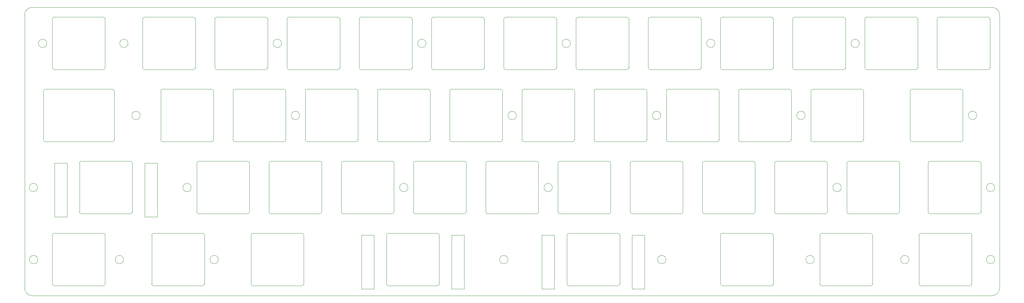
<source format=gm1>
G04 #@! TF.GenerationSoftware,KiCad,Pcbnew,7.0.7-7.0.7~ubuntu23.04.1*
G04 #@! TF.CreationDate,2023-09-21T14:02:07+00:00*
G04 #@! TF.ProjectId,plate,706c6174-652e-46b6-9963-61645f706362,rev?*
G04 #@! TF.SameCoordinates,Original*
G04 #@! TF.FileFunction,Profile,NP*
%FSLAX46Y46*%
G04 Gerber Fmt 4.6, Leading zero omitted, Abs format (unit mm)*
G04 Created by KiCad (PCBNEW 7.0.7-7.0.7~ubuntu23.04.1) date 2023-09-21 14:02:07*
%MOMM*%
%LPD*%
G01*
G04 APERTURE LIST*
G04 #@! TA.AperFunction,Profile*
%ADD10C,0.100000*%
G04 #@! TD*
G04 #@! TA.AperFunction,Profile*
%ADD11C,0.050000*%
G04 #@! TD*
G04 APERTURE END LIST*
D10*
X21363751Y-53597501D02*
G75*
G03*
X19363751Y-55597500I-1J-1999999D01*
G01*
X19363750Y-127797500D02*
X19363750Y-55597500D01*
X276538750Y-55597500D02*
X276538750Y-127797500D01*
X274538750Y-129797450D02*
G75*
G03*
X276538750Y-127797500I50J1999950D01*
G01*
X19363750Y-127797500D02*
G75*
G03*
X21363749Y-129797500I2000000J0D01*
G01*
X274538752Y-53597500D02*
X21363751Y-53597500D01*
X21363749Y-129797500D02*
X274538750Y-129797500D01*
X276538800Y-55597500D02*
G75*
G03*
X274538752Y-53597500I-2000000J0D01*
G01*
D11*
X128705840Y-113822650D02*
X128705840Y-126722650D01*
X128205840Y-127222650D02*
X115305840Y-127222650D01*
X115305840Y-113322650D02*
X128205840Y-113322650D01*
X114805840Y-126722650D02*
X114805840Y-113822650D01*
X128205840Y-127222650D02*
G75*
G03*
X128705840Y-126722650I-1J500001D01*
G01*
X128705840Y-113822650D02*
G75*
G03*
X128205840Y-113322650I-500001J-1D01*
G01*
X114805840Y-126722650D02*
G75*
G03*
X115305840Y-127222650I500000J0D01*
G01*
X115305840Y-113322650D02*
G75*
G03*
X114805840Y-113822650I0J-500000D01*
G01*
X145763440Y-69572500D02*
X145763440Y-56672500D01*
X146263440Y-56172500D02*
X159163440Y-56172500D01*
X159163440Y-70072500D02*
X146263440Y-70072500D01*
X159663440Y-56672500D02*
X159663440Y-69572500D01*
X146263440Y-56172500D02*
G75*
G03*
X145763440Y-56672500I1J-500001D01*
G01*
X145763440Y-69572500D02*
G75*
G03*
X146263440Y-70072500I500001J1D01*
G01*
X159663440Y-56672500D02*
G75*
G03*
X159163440Y-56172500I-500000J0D01*
G01*
X159163440Y-70072500D02*
G75*
G03*
X159663440Y-69572500I0J500000D01*
G01*
X229105740Y-126722580D02*
X229105740Y-113822580D01*
X229605740Y-113322580D02*
X242505740Y-113322580D01*
X242505740Y-127222580D02*
X229605740Y-127222580D01*
X243005740Y-113822580D02*
X243005740Y-126722580D01*
X229605740Y-113322580D02*
G75*
G03*
X229105740Y-113822580I1J-500001D01*
G01*
X229105740Y-126722580D02*
G75*
G03*
X229605740Y-127222580I500001J1D01*
G01*
X243005740Y-113822580D02*
G75*
G03*
X242505740Y-113322580I-500000J0D01*
G01*
X242505740Y-127222580D02*
G75*
G03*
X243005740Y-126722580I0J500000D01*
G01*
X22845000Y-120272500D02*
G75*
G03*
X22845000Y-120272500I-1100000J0D01*
G01*
X66794640Y-113822580D02*
X66794640Y-126722580D01*
X66294640Y-127222580D02*
X53394640Y-127222580D01*
X53394640Y-113322580D02*
X66294640Y-113322580D01*
X52894640Y-126722580D02*
X52894640Y-113822580D01*
X66294640Y-127222580D02*
G75*
G03*
X66794640Y-126722580I-1J500001D01*
G01*
X66794640Y-113822580D02*
G75*
G03*
X66294640Y-113322580I-500001J-1D01*
G01*
X52894640Y-126722580D02*
G75*
G03*
X53394640Y-127222580I500000J0D01*
G01*
X53394640Y-113322580D02*
G75*
G03*
X52894640Y-113822580I0J-500000D01*
G01*
X252919740Y-88622500D02*
X252919740Y-75722500D01*
X253419740Y-75222500D02*
X266319740Y-75222500D01*
X266319740Y-89122500D02*
X253419740Y-89122500D01*
X266819740Y-75722500D02*
X266819740Y-88622500D01*
X253419740Y-75222500D02*
G75*
G03*
X252919740Y-75722500I1J-500001D01*
G01*
X252919740Y-88622500D02*
G75*
G03*
X253419740Y-89122500I500001J1D01*
G01*
X266819740Y-75722500D02*
G75*
G03*
X266319740Y-75222500I-500000J0D01*
G01*
X266319740Y-89122500D02*
G75*
G03*
X266819740Y-88622500I0J500000D01*
G01*
X121950940Y-107672650D02*
X121950940Y-94772650D01*
X122450940Y-94272650D02*
X135350940Y-94272650D01*
X135350940Y-108172650D02*
X122450940Y-108172650D01*
X135850940Y-94772650D02*
X135850940Y-107672650D01*
X122450940Y-94272650D02*
G75*
G03*
X121950940Y-94772650I1J-500001D01*
G01*
X121950940Y-107672650D02*
G75*
G03*
X122450940Y-108172650I500001J1D01*
G01*
X135850940Y-94772650D02*
G75*
G03*
X135350940Y-94272650I-500000J0D01*
G01*
X135350940Y-108172650D02*
G75*
G03*
X135850940Y-107672650I0J500000D01*
G01*
X270495000Y-82172500D02*
G75*
G03*
X270495000Y-82172500I-1100000J0D01*
G01*
X163338750Y-63122500D02*
G75*
G03*
X163338750Y-63122500I-1100000J0D01*
G01*
X92988390Y-113822580D02*
X92988390Y-126722580D01*
X92488390Y-127222580D02*
X79588390Y-127222580D01*
X79588390Y-113322580D02*
X92488390Y-113322580D01*
X79088390Y-126722580D02*
X79088390Y-113822580D01*
X92488390Y-127222580D02*
G75*
G03*
X92988390Y-126722580I-1J500001D01*
G01*
X92988390Y-113822580D02*
G75*
G03*
X92488390Y-113322580I-500001J-1D01*
G01*
X79088390Y-126722580D02*
G75*
G03*
X79588390Y-127222580I500000J0D01*
G01*
X79588390Y-113322580D02*
G75*
G03*
X79088390Y-113822580I0J-500000D01*
G01*
X64800940Y-107672650D02*
X64800940Y-94772650D01*
X65300940Y-94272650D02*
X78200940Y-94272650D01*
X78200940Y-108172650D02*
X65300940Y-108172650D01*
X78700940Y-94772650D02*
X78700940Y-107672650D01*
X65300940Y-94272650D02*
G75*
G03*
X64800940Y-94772650I1J-500001D01*
G01*
X64800940Y-107672650D02*
G75*
G03*
X65300940Y-108172650I500001J1D01*
G01*
X78700940Y-94772650D02*
G75*
G03*
X78200940Y-94272650I-500000J0D01*
G01*
X78200940Y-108172650D02*
G75*
G03*
X78700940Y-107672650I0J500000D01*
G01*
X257680740Y-107672650D02*
X257680740Y-94772650D01*
X258180740Y-94272650D02*
X271080740Y-94272650D01*
X271080740Y-108172650D02*
X258180740Y-108172650D01*
X271580740Y-94772650D02*
X271580740Y-107672650D01*
X258180740Y-94272650D02*
G75*
G03*
X257680740Y-94772650I1J-500001D01*
G01*
X257680740Y-107672650D02*
G75*
G03*
X258180740Y-108172650I500001J1D01*
G01*
X271580740Y-94772650D02*
G75*
G03*
X271080740Y-94272650I-500000J0D01*
G01*
X271080740Y-108172650D02*
G75*
G03*
X271580740Y-107672650I0J500000D01*
G01*
X27245180Y-94772600D02*
X30544190Y-94772600D01*
X27245180Y-108971900D02*
X27245180Y-94772600D01*
X30544190Y-94772600D02*
X30544190Y-108971900D01*
X30544190Y-108971900D02*
X27245180Y-108971900D01*
X51043890Y-94772600D02*
X54344290Y-94772600D01*
X51043890Y-108971900D02*
X51043890Y-94772600D01*
X54344290Y-94772600D02*
X54344290Y-108971900D01*
X54344290Y-108971900D02*
X51043890Y-108971900D01*
X217200940Y-107672650D02*
X217200940Y-94772650D01*
X217700940Y-94272650D02*
X230600940Y-94272650D01*
X230600940Y-108172650D02*
X217700940Y-108172650D01*
X231100940Y-94772650D02*
X231100940Y-107672650D01*
X217700940Y-94272650D02*
G75*
G03*
X217200940Y-94772650I1J-500001D01*
G01*
X217200940Y-107672650D02*
G75*
G03*
X217700940Y-108172650I500001J1D01*
G01*
X231100940Y-94772650D02*
G75*
G03*
X230600940Y-94272650I-500000J0D01*
G01*
X230600940Y-108172650D02*
G75*
G03*
X231100940Y-107672650I0J500000D01*
G01*
X150525940Y-88622500D02*
X150525940Y-75722500D01*
X151025940Y-75222500D02*
X163925940Y-75222500D01*
X163925940Y-89122500D02*
X151025940Y-89122500D01*
X164425940Y-75722500D02*
X164425940Y-88622500D01*
X151025940Y-75222500D02*
G75*
G03*
X150525940Y-75722500I1J-500001D01*
G01*
X150525940Y-88622500D02*
G75*
G03*
X151025940Y-89122500I500001J1D01*
G01*
X164425940Y-75722500D02*
G75*
G03*
X163925940Y-75222500I-500000J0D01*
G01*
X163925940Y-89122500D02*
G75*
G03*
X164425940Y-88622500I0J500000D01*
G01*
X255300740Y-126722580D02*
X255300740Y-113822580D01*
X255800740Y-113322580D02*
X268700740Y-113322580D01*
X268700740Y-127222580D02*
X255800740Y-127222580D01*
X269200740Y-113822580D02*
X269200740Y-126722580D01*
X255800740Y-113322580D02*
G75*
G03*
X255300740Y-113822580I1J-500001D01*
G01*
X255300740Y-126722580D02*
G75*
G03*
X255800740Y-127222580I500001J1D01*
G01*
X269200740Y-113822580D02*
G75*
G03*
X268700740Y-113322580I-500000J0D01*
G01*
X268700740Y-127222580D02*
G75*
G03*
X269200740Y-126722580I0J500000D01*
G01*
X33844740Y-107672650D02*
X33844740Y-94772650D01*
X34344740Y-94272650D02*
X47244740Y-94272650D01*
X47244740Y-108172650D02*
X34344740Y-108172650D01*
X47744740Y-94772650D02*
X47744740Y-107672650D01*
X34344740Y-94272650D02*
G75*
G03*
X33844740Y-94772650I1J-500001D01*
G01*
X33844740Y-107672650D02*
G75*
G03*
X34344740Y-108172650I500001J1D01*
G01*
X47744740Y-94772650D02*
G75*
G03*
X47244740Y-94272650I-500000J0D01*
G01*
X47244740Y-108172650D02*
G75*
G03*
X47744740Y-107672650I0J500000D01*
G01*
X155831180Y-113822530D02*
X159130190Y-113822530D01*
X155831180Y-128021830D02*
X155831180Y-113822530D01*
X159130190Y-113822530D02*
X159130190Y-128021830D01*
X159130190Y-128021830D02*
X155831180Y-128021830D01*
X179629890Y-113822530D02*
X182930290Y-113822530D01*
X179629890Y-128021830D02*
X179629890Y-113822530D01*
X182930290Y-113822530D02*
X182930290Y-128021830D01*
X182930290Y-128021830D02*
X179629890Y-128021830D01*
X188530500Y-120272500D02*
G75*
G03*
X188530500Y-120272500I-1100000J0D01*
G01*
X91901250Y-82172500D02*
G75*
G03*
X91901250Y-82172500I-1100000J0D01*
G01*
X131475940Y-88622500D02*
X131475940Y-75722500D01*
X131975940Y-75222500D02*
X144875940Y-75222500D01*
X144875940Y-89122500D02*
X131975940Y-89122500D01*
X145375940Y-75722500D02*
X145375940Y-88622500D01*
X131975940Y-75222500D02*
G75*
G03*
X131475940Y-75722500I1J-500001D01*
G01*
X131475940Y-88622500D02*
G75*
G03*
X131975940Y-89122500I500001J1D01*
G01*
X145375940Y-75722500D02*
G75*
G03*
X144875940Y-75222500I-500000J0D01*
G01*
X144875940Y-89122500D02*
G75*
G03*
X145375940Y-88622500I0J500000D01*
G01*
X226725940Y-88622500D02*
X226725940Y-75722500D01*
X227225940Y-75222500D02*
X240125940Y-75222500D01*
X240125940Y-89122500D02*
X227225940Y-89122500D01*
X240625940Y-75722500D02*
X240625940Y-88622500D01*
X227225940Y-75222500D02*
G75*
G03*
X226725940Y-75722500I1J-500001D01*
G01*
X226725940Y-88622500D02*
G75*
G03*
X227225940Y-89122500I500001J1D01*
G01*
X240625940Y-75722500D02*
G75*
G03*
X240125940Y-75222500I-500000J0D01*
G01*
X240125940Y-89122500D02*
G75*
G03*
X240625940Y-88622500I0J500000D01*
G01*
X158576250Y-101222500D02*
G75*
G03*
X158576250Y-101222500I-1100000J0D01*
G01*
X126713440Y-69572500D02*
X126713440Y-56672500D01*
X127213440Y-56172500D02*
X140113440Y-56172500D01*
X140113440Y-70072500D02*
X127213440Y-70072500D01*
X140613440Y-56672500D02*
X140613440Y-69572500D01*
X127213440Y-56172500D02*
G75*
G03*
X126713440Y-56672500I1J-500001D01*
G01*
X126713440Y-69572500D02*
G75*
G03*
X127213440Y-70072500I500001J1D01*
G01*
X140613440Y-56672500D02*
G75*
G03*
X140113440Y-56172500I-500000J0D01*
G01*
X140113440Y-70072500D02*
G75*
G03*
X140613440Y-69572500I0J500000D01*
G01*
X26701250Y-69572500D02*
X26701250Y-56672500D01*
X27201250Y-56172500D02*
X40101250Y-56172500D01*
X40101250Y-70072500D02*
X27201250Y-70072500D01*
X40601250Y-56672500D02*
X40601250Y-69572500D01*
X27201250Y-56172500D02*
G75*
G03*
X26701250Y-56672500I1J-500001D01*
G01*
X26701250Y-69572500D02*
G75*
G03*
X27201250Y-70072500I500001J1D01*
G01*
X40601250Y-56672500D02*
G75*
G03*
X40101250Y-56172500I-500000J0D01*
G01*
X40101250Y-70072500D02*
G75*
G03*
X40601250Y-69572500I0J500000D01*
G01*
X83850940Y-107672650D02*
X83850940Y-94772650D01*
X84350940Y-94272650D02*
X97250940Y-94272650D01*
X97250940Y-108172650D02*
X84350940Y-108172650D01*
X97750940Y-94772650D02*
X97750940Y-107672650D01*
X84350940Y-94272650D02*
G75*
G03*
X83850940Y-94772650I1J-500001D01*
G01*
X83850940Y-107672650D02*
G75*
G03*
X84350940Y-108172650I500001J1D01*
G01*
X97750940Y-94772650D02*
G75*
G03*
X97250940Y-94272650I-500000J0D01*
G01*
X97250940Y-108172650D02*
G75*
G03*
X97750940Y-107672650I0J500000D01*
G01*
X207675940Y-88622500D02*
X207675940Y-75722500D01*
X208175940Y-75222500D02*
X221075940Y-75222500D01*
X221075940Y-89122500D02*
X208175940Y-89122500D01*
X221575940Y-75722500D02*
X221575940Y-88622500D01*
X208175940Y-75222500D02*
G75*
G03*
X207675940Y-75722500I1J-500001D01*
G01*
X207675940Y-88622500D02*
G75*
G03*
X208175940Y-89122500I500001J1D01*
G01*
X221575940Y-75722500D02*
G75*
G03*
X221075940Y-75222500I-500000J0D01*
G01*
X221075940Y-89122500D02*
G75*
G03*
X221575940Y-88622500I0J500000D01*
G01*
X179100940Y-107672650D02*
X179100940Y-94772650D01*
X179600940Y-94272650D02*
X192500940Y-94272650D01*
X192500940Y-108172650D02*
X179600940Y-108172650D01*
X193000940Y-94772650D02*
X193000940Y-107672650D01*
X179600940Y-94272650D02*
G75*
G03*
X179100940Y-94772650I1J-500001D01*
G01*
X179100940Y-107672650D02*
G75*
G03*
X179600940Y-108172650I500001J1D01*
G01*
X193000940Y-94772650D02*
G75*
G03*
X192500940Y-94272650I-500000J0D01*
G01*
X192500940Y-108172650D02*
G75*
G03*
X193000940Y-107672650I0J500000D01*
G01*
X50513440Y-69572500D02*
X50513440Y-56672500D01*
X51013440Y-56172500D02*
X63913440Y-56172500D01*
X63913440Y-70072500D02*
X51013440Y-70072500D01*
X64413440Y-56672500D02*
X64413440Y-69572500D01*
X51013440Y-56172500D02*
G75*
G03*
X50513440Y-56672500I1J-500001D01*
G01*
X50513440Y-69572500D02*
G75*
G03*
X51013440Y-70072500I500001J1D01*
G01*
X64413440Y-56672500D02*
G75*
G03*
X63913440Y-56172500I-500000J0D01*
G01*
X63913440Y-70072500D02*
G75*
G03*
X64413440Y-69572500I0J500000D01*
G01*
X225251250Y-82172500D02*
G75*
G03*
X225251250Y-82172500I-1100000J0D01*
G01*
X164813440Y-69572500D02*
X164813440Y-56672500D01*
X165313440Y-56172500D02*
X178213440Y-56172500D01*
X178213440Y-70072500D02*
X165313440Y-70072500D01*
X178713440Y-56672500D02*
X178713440Y-69572500D01*
X165313440Y-56172500D02*
G75*
G03*
X164813440Y-56672500I1J-500001D01*
G01*
X164813440Y-69572500D02*
G75*
G03*
X165313440Y-70072500I500001J1D01*
G01*
X178713440Y-56672500D02*
G75*
G03*
X178213440Y-56172500I-500000J0D01*
G01*
X178213440Y-70072500D02*
G75*
G03*
X178713440Y-69572500I0J500000D01*
G01*
X202913740Y-126722580D02*
X202913740Y-113822580D01*
X203413740Y-113322580D02*
X216313740Y-113322580D01*
X216313740Y-127222580D02*
X203413740Y-127222580D01*
X216813740Y-113822580D02*
X216813740Y-126722580D01*
X203413740Y-113322580D02*
G75*
G03*
X202913740Y-113822580I1J-500001D01*
G01*
X202913740Y-126722580D02*
G75*
G03*
X203413740Y-127222580I500001J1D01*
G01*
X216813740Y-113822580D02*
G75*
G03*
X216313740Y-113322580I-500000J0D01*
G01*
X216313740Y-127222580D02*
G75*
G03*
X216813740Y-126722580I0J500000D01*
G01*
X227631704Y-120272500D02*
G75*
G03*
X227631704Y-120272500I-1100000J0D01*
G01*
X201438750Y-63122500D02*
G75*
G03*
X201438750Y-63122500I-1100000J0D01*
G01*
X202913440Y-69572500D02*
X202913440Y-56672500D01*
X203413440Y-56172500D02*
X216313440Y-56172500D01*
X216313440Y-70072500D02*
X203413440Y-70072500D01*
X216813440Y-56672500D02*
X216813440Y-69572500D01*
X203413440Y-56172500D02*
G75*
G03*
X202913440Y-56672500I1J-500001D01*
G01*
X202913440Y-69572500D02*
G75*
G03*
X203413440Y-70072500I500001J1D01*
G01*
X216813440Y-56672500D02*
G75*
G03*
X216313440Y-56172500I-500000J0D01*
G01*
X216313440Y-70072500D02*
G75*
G03*
X216813440Y-69572500I0J500000D01*
G01*
X234776250Y-101222500D02*
G75*
G03*
X234776250Y-101222500I-1100000J0D01*
G01*
X187151250Y-82172500D02*
G75*
G03*
X187151250Y-82172500I-1100000J0D01*
G01*
X141000940Y-107672650D02*
X141000940Y-94772650D01*
X141500940Y-94272650D02*
X154400940Y-94272650D01*
X154400940Y-108172650D02*
X141500940Y-108172650D01*
X154900940Y-94772650D02*
X154900940Y-107672650D01*
X141500940Y-94272650D02*
G75*
G03*
X141000940Y-94772650I1J-500001D01*
G01*
X141000940Y-107672650D02*
G75*
G03*
X141500940Y-108172650I500001J1D01*
G01*
X154900940Y-94772650D02*
G75*
G03*
X154400940Y-94272650I-500000J0D01*
G01*
X154400940Y-108172650D02*
G75*
G03*
X154900940Y-107672650I0J500000D01*
G01*
X183863440Y-69572500D02*
X183863440Y-56672500D01*
X184363440Y-56172500D02*
X197263440Y-56172500D01*
X197263440Y-70072500D02*
X184363440Y-70072500D01*
X197763440Y-56672500D02*
X197763440Y-69572500D01*
X184363440Y-56172500D02*
G75*
G03*
X183863440Y-56672500I1J-500001D01*
G01*
X183863440Y-69572500D02*
G75*
G03*
X184363440Y-70072500I500001J1D01*
G01*
X197763440Y-56672500D02*
G75*
G03*
X197263440Y-56172500I-500000J0D01*
G01*
X197263440Y-70072500D02*
G75*
G03*
X197763440Y-69572500I0J500000D01*
G01*
X74325940Y-88622500D02*
X74325940Y-75722500D01*
X74825940Y-75222500D02*
X87725940Y-75222500D01*
X87725940Y-89122500D02*
X74825940Y-89122500D01*
X88225940Y-75722500D02*
X88225940Y-88622500D01*
X74825940Y-75222500D02*
G75*
G03*
X74325940Y-75722500I1J-500001D01*
G01*
X74325940Y-88622500D02*
G75*
G03*
X74825940Y-89122500I500001J1D01*
G01*
X88225940Y-75722500D02*
G75*
G03*
X87725940Y-75222500I-500000J0D01*
G01*
X87725940Y-89122500D02*
G75*
G03*
X88225940Y-88622500I0J500000D01*
G01*
X198150940Y-107672650D02*
X198150940Y-94772650D01*
X198650940Y-94272650D02*
X211550940Y-94272650D01*
X211550940Y-108172650D02*
X198650940Y-108172650D01*
X212050940Y-94772650D02*
X212050940Y-107672650D01*
X198650940Y-94272650D02*
G75*
G03*
X198150940Y-94772650I1J-500001D01*
G01*
X198150940Y-107672650D02*
G75*
G03*
X198650940Y-108172650I500001J1D01*
G01*
X212050940Y-94772650D02*
G75*
G03*
X211550940Y-94272650I-500000J0D01*
G01*
X211550940Y-108172650D02*
G75*
G03*
X212050940Y-107672650I0J500000D01*
G01*
X146858625Y-120272149D02*
G75*
G03*
X146858625Y-120272149I-1100000J0D01*
G01*
X22770000Y-101222500D02*
G75*
G03*
X22770000Y-101222500I-1100000J0D01*
G01*
X260063440Y-69572500D02*
X260063440Y-56672500D01*
X260563440Y-56172500D02*
X273463440Y-56172500D01*
X273463440Y-70072500D02*
X260563440Y-70072500D01*
X273963440Y-56672500D02*
X273963440Y-69572500D01*
X260563440Y-56172500D02*
G75*
G03*
X260063440Y-56672500I1J-500001D01*
G01*
X260063440Y-69572500D02*
G75*
G03*
X260563440Y-70072500I500001J1D01*
G01*
X273963440Y-56672500D02*
G75*
G03*
X273463440Y-56172500I-500000J0D01*
G01*
X273463440Y-70072500D02*
G75*
G03*
X273963440Y-69572500I0J500000D01*
G01*
X236250940Y-107672650D02*
X236250940Y-94772650D01*
X236750940Y-94272650D02*
X249650940Y-94272650D01*
X249650940Y-108172650D02*
X236750940Y-108172650D01*
X250150940Y-94772650D02*
X250150940Y-107672650D01*
X236750940Y-94272650D02*
G75*
G03*
X236250940Y-94772650I1J-500001D01*
G01*
X236250940Y-107672650D02*
G75*
G03*
X236750940Y-108172650I500001J1D01*
G01*
X250150940Y-94772650D02*
G75*
G03*
X249650940Y-94272650I-500000J0D01*
G01*
X249650940Y-108172650D02*
G75*
G03*
X250150940Y-107672650I0J500000D01*
G01*
X275257500Y-120272500D02*
G75*
G03*
X275257500Y-120272500I-1100000J0D01*
G01*
X221963440Y-69572500D02*
X221963440Y-56672500D01*
X222463440Y-56172500D02*
X235363440Y-56172500D01*
X235363440Y-70072500D02*
X222463440Y-70072500D01*
X235863440Y-56672500D02*
X235863440Y-69572500D01*
X222463440Y-56172500D02*
G75*
G03*
X221963440Y-56672500I1J-500001D01*
G01*
X221963440Y-69572500D02*
G75*
G03*
X222463440Y-70072500I500001J1D01*
G01*
X235863440Y-56672500D02*
G75*
G03*
X235363440Y-56172500I-500000J0D01*
G01*
X235363440Y-70072500D02*
G75*
G03*
X235863440Y-69572500I0J500000D01*
G01*
X49845000Y-82172500D02*
G75*
G03*
X49845000Y-82172500I-1100000J0D01*
G01*
X252635625Y-120272500D02*
G75*
G03*
X252635625Y-120272500I-1100000J0D01*
G01*
X46657500Y-63122500D02*
G75*
G03*
X46657500Y-63122500I-1100000J0D01*
G01*
X241013440Y-69572500D02*
X241013440Y-56672500D01*
X241513440Y-56172500D02*
X254413440Y-56172500D01*
X254413440Y-70072500D02*
X241513440Y-70072500D01*
X254913440Y-56672500D02*
X254913440Y-69572500D01*
X241513440Y-56172500D02*
G75*
G03*
X241013440Y-56672500I1J-500001D01*
G01*
X241013440Y-69572500D02*
G75*
G03*
X241513440Y-70072500I500001J1D01*
G01*
X254913440Y-56672500D02*
G75*
G03*
X254413440Y-56172500I-500000J0D01*
G01*
X254413440Y-70072500D02*
G75*
G03*
X254913440Y-69572500I0J500000D01*
G01*
X88613440Y-69572500D02*
X88613440Y-56672500D01*
X89113440Y-56172500D02*
X102013440Y-56172500D01*
X102013440Y-70072500D02*
X89113440Y-70072500D01*
X102513440Y-56672500D02*
X102513440Y-69572500D01*
X89113440Y-56172500D02*
G75*
G03*
X88613440Y-56672500I1J-500001D01*
G01*
X88613440Y-69572500D02*
G75*
G03*
X89113440Y-70072500I500001J1D01*
G01*
X102513440Y-56672500D02*
G75*
G03*
X102013440Y-56172500I-500000J0D01*
G01*
X102013440Y-70072500D02*
G75*
G03*
X102513440Y-69572500I0J500000D01*
G01*
X108206280Y-113822600D02*
X111505290Y-113822600D01*
X108206280Y-128021900D02*
X108206280Y-113822600D01*
X111505290Y-113822600D02*
X111505290Y-128021900D01*
X111505290Y-128021900D02*
X108206280Y-128021900D01*
X132004990Y-113822600D02*
X135305390Y-113822600D01*
X132004990Y-128021900D02*
X132004990Y-113822600D01*
X135305390Y-113822600D02*
X135305390Y-128021900D01*
X135305390Y-128021900D02*
X132004990Y-128021900D01*
X87138750Y-63122500D02*
G75*
G03*
X87138750Y-63122500I-1100000J0D01*
G01*
X102900940Y-107672650D02*
X102900940Y-94772650D01*
X103400940Y-94272650D02*
X116300940Y-94272650D01*
X116300940Y-108172650D02*
X103400940Y-108172650D01*
X116800940Y-94772650D02*
X116800940Y-107672650D01*
X103400940Y-94272650D02*
G75*
G03*
X102900940Y-94772650I1J-500001D01*
G01*
X102900940Y-107672650D02*
G75*
G03*
X103400940Y-108172650I500001J1D01*
G01*
X116800940Y-94772650D02*
G75*
G03*
X116300940Y-94272650I-500000J0D01*
G01*
X116300940Y-108172650D02*
G75*
G03*
X116800940Y-107672650I0J500000D01*
G01*
X160050940Y-107672650D02*
X160050940Y-94772650D01*
X160550940Y-94272650D02*
X173450940Y-94272650D01*
X173450940Y-108172650D02*
X160550940Y-108172650D01*
X173950940Y-94772650D02*
X173950940Y-107672650D01*
X160550940Y-94272650D02*
G75*
G03*
X160050940Y-94772650I1J-500001D01*
G01*
X160050940Y-107672650D02*
G75*
G03*
X160550940Y-108172650I500001J1D01*
G01*
X173950940Y-94772650D02*
G75*
G03*
X173450940Y-94272650I-500000J0D01*
G01*
X173450940Y-108172650D02*
G75*
G03*
X173950940Y-107672650I0J500000D01*
G01*
X24319975Y-88623000D02*
X24319975Y-75723000D01*
X24819975Y-75223000D02*
X42482475Y-75223000D01*
X24819975Y-89123000D02*
X42482475Y-89123000D01*
X42982475Y-75723000D02*
X42982475Y-88623000D01*
X24819975Y-75223000D02*
G75*
G03*
X24319975Y-75723000I1J-500001D01*
G01*
X24319975Y-88623000D02*
G75*
G03*
X24819975Y-89123000I500001J1D01*
G01*
X42982475Y-75723000D02*
G75*
G03*
X42482475Y-75223000I-499900J100D01*
G01*
X42482475Y-89123000D02*
G75*
G03*
X42982475Y-88623000I0J500000D01*
G01*
X188625940Y-88622500D02*
X188625940Y-75722500D01*
X189125940Y-75222500D02*
X202025940Y-75222500D01*
X202025940Y-89122500D02*
X189125940Y-89122500D01*
X202525940Y-75722500D02*
X202525940Y-88622500D01*
X189125940Y-75222500D02*
G75*
G03*
X188625940Y-75722500I1J-500001D01*
G01*
X188625940Y-88622500D02*
G75*
G03*
X189125940Y-89122500I500001J1D01*
G01*
X202525940Y-75722500D02*
G75*
G03*
X202025940Y-75222500I-500000J0D01*
G01*
X202025940Y-89122500D02*
G75*
G03*
X202525940Y-88622500I0J500000D01*
G01*
X63326250Y-101222500D02*
G75*
G03*
X63326250Y-101222500I-1100000J0D01*
G01*
X25226250Y-63122500D02*
G75*
G03*
X25226250Y-63122500I-1100000J0D01*
G01*
X70470000Y-120272500D02*
G75*
G03*
X70470000Y-120272500I-1100000J0D01*
G01*
X45466875Y-120272500D02*
G75*
G03*
X45466875Y-120272500I-1100000J0D01*
G01*
X239538750Y-63122500D02*
G75*
G03*
X239538750Y-63122500I-1100000J0D01*
G01*
X55275940Y-88622500D02*
X55275940Y-75722500D01*
X55775940Y-75222500D02*
X68675940Y-75222500D01*
X68675940Y-89122500D02*
X55775940Y-89122500D01*
X69175940Y-75722500D02*
X69175940Y-88622500D01*
X55775940Y-75222500D02*
G75*
G03*
X55275940Y-75722500I1J-500001D01*
G01*
X55275940Y-88622500D02*
G75*
G03*
X55775940Y-89122500I500001J1D01*
G01*
X69175940Y-75722500D02*
G75*
G03*
X68675940Y-75222500I-500000J0D01*
G01*
X68675940Y-89122500D02*
G75*
G03*
X69175940Y-88622500I0J500000D01*
G01*
X107663440Y-69572500D02*
X107663440Y-56672500D01*
X108163440Y-56172500D02*
X121063440Y-56172500D01*
X121063440Y-70072500D02*
X108163440Y-70072500D01*
X121563440Y-56672500D02*
X121563440Y-69572500D01*
X108163440Y-56172500D02*
G75*
G03*
X107663440Y-56672500I1J-500001D01*
G01*
X107663440Y-69572500D02*
G75*
G03*
X108163440Y-70072500I500001J1D01*
G01*
X121563440Y-56672500D02*
G75*
G03*
X121063440Y-56172500I-500000J0D01*
G01*
X121063440Y-70072500D02*
G75*
G03*
X121563440Y-69572500I0J500000D01*
G01*
X149076250Y-82172500D02*
G75*
G03*
X149076250Y-82172500I-1100000J0D01*
G01*
X69563440Y-69572500D02*
X69563440Y-56672500D01*
X70063440Y-56172500D02*
X82963440Y-56172500D01*
X82963440Y-70072500D02*
X70063440Y-70072500D01*
X83463440Y-56672500D02*
X83463440Y-69572500D01*
X70063440Y-56172500D02*
G75*
G03*
X69563440Y-56672500I1J-500001D01*
G01*
X69563440Y-69572500D02*
G75*
G03*
X70063440Y-70072500I500001J1D01*
G01*
X83463440Y-56672500D02*
G75*
G03*
X82963440Y-56172500I-500000J0D01*
G01*
X82963440Y-70072500D02*
G75*
G03*
X83463440Y-69572500I0J500000D01*
G01*
X120476250Y-101222500D02*
G75*
G03*
X120476250Y-101222500I-1100000J0D01*
G01*
X125238750Y-63122500D02*
G75*
G03*
X125238750Y-63122500I-1100000J0D01*
G01*
X162430740Y-126722580D02*
X162430740Y-113822580D01*
X162930740Y-113322580D02*
X175830740Y-113322580D01*
X175830740Y-127222580D02*
X162930740Y-127222580D01*
X176330740Y-113822580D02*
X176330740Y-126722580D01*
X162930740Y-113322580D02*
G75*
G03*
X162430740Y-113822580I1J-500001D01*
G01*
X162430740Y-126722580D02*
G75*
G03*
X162930740Y-127222580I500001J1D01*
G01*
X176330740Y-113822580D02*
G75*
G03*
X175830740Y-113322580I-500000J0D01*
G01*
X175830740Y-127222580D02*
G75*
G03*
X176330740Y-126722580I0J500000D01*
G01*
X40600900Y-113822580D02*
X40600900Y-126722580D01*
X40100900Y-127222580D02*
X27200900Y-127222580D01*
X27200900Y-113322580D02*
X40100900Y-113322580D01*
X26700900Y-126722580D02*
X26700900Y-113822580D01*
X40100900Y-127222580D02*
G75*
G03*
X40600900Y-126722580I-1J500001D01*
G01*
X40600900Y-113822580D02*
G75*
G03*
X40100900Y-113322580I-500001J-1D01*
G01*
X26700900Y-126722580D02*
G75*
G03*
X27200900Y-127222580I500000J0D01*
G01*
X27200900Y-113322580D02*
G75*
G03*
X26700900Y-113822580I0J-500000D01*
G01*
X169575940Y-88622500D02*
X169575940Y-75722500D01*
X170075940Y-75222500D02*
X182975940Y-75222500D01*
X182975940Y-89122500D02*
X170075940Y-89122500D01*
X183475940Y-75722500D02*
X183475940Y-88622500D01*
X170075940Y-75222500D02*
G75*
G03*
X169575940Y-75722500I1J-500001D01*
G01*
X169575940Y-88622500D02*
G75*
G03*
X170075940Y-89122500I500001J1D01*
G01*
X183475940Y-75722500D02*
G75*
G03*
X182975940Y-75222500I-500000J0D01*
G01*
X182975940Y-89122500D02*
G75*
G03*
X183475940Y-88622500I0J500000D01*
G01*
X93375940Y-88622500D02*
X93375940Y-75722500D01*
X93875940Y-75222500D02*
X106775940Y-75222500D01*
X106775940Y-89122500D02*
X93875940Y-89122500D01*
X107275940Y-75722500D02*
X107275940Y-88622500D01*
X93875940Y-75222500D02*
G75*
G03*
X93375940Y-75722500I1J-500001D01*
G01*
X93375940Y-88622500D02*
G75*
G03*
X93875940Y-89122500I500001J1D01*
G01*
X107275940Y-75722500D02*
G75*
G03*
X106775940Y-75222500I-500000J0D01*
G01*
X106775940Y-89122500D02*
G75*
G03*
X107275940Y-88622500I0J500000D01*
G01*
X275257500Y-101222500D02*
G75*
G03*
X275257500Y-101222500I-1100000J0D01*
G01*
X112425940Y-88622500D02*
X112425940Y-75722500D01*
X112925940Y-75222500D02*
X125825940Y-75222500D01*
X125825940Y-89122500D02*
X112925940Y-89122500D01*
X126325940Y-75722500D02*
X126325940Y-88622500D01*
X112925940Y-75222500D02*
G75*
G03*
X112425940Y-75722500I1J-500001D01*
G01*
X112425940Y-88622500D02*
G75*
G03*
X112925940Y-89122500I500001J1D01*
G01*
X126325940Y-75722500D02*
G75*
G03*
X125825940Y-75222500I-500000J0D01*
G01*
X125825940Y-89122500D02*
G75*
G03*
X126325940Y-88622500I0J500000D01*
G01*
M02*

</source>
